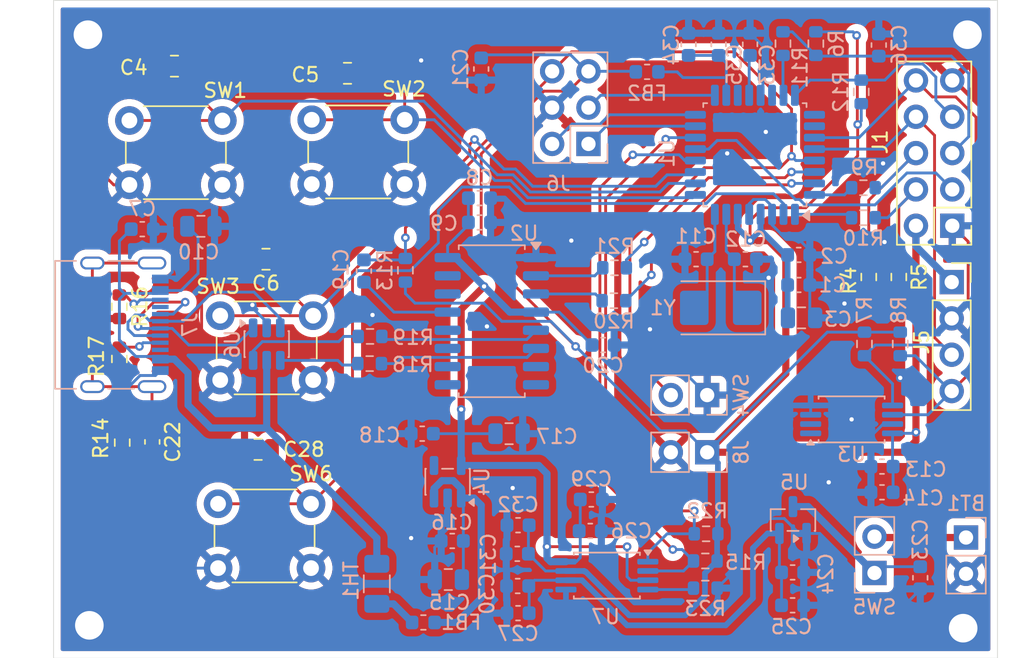
<source format=kicad_pcb>
(kicad_pcb (version 20241229) (generator "pcbnew") (generator_version "9.0")
  (layers (0 "F.Cu" signal) (2 "B.Cu" signal) (13 "F.Paste" user) (15 "B.Paste" user) (5 "F.SilkS" user "F.Silkscreen") (7 "B.SilkS" user "B.Silkscreen") (1 "F.Mask" user) (3 "B.Mask" user) (25 "Edge.Cuts" user))
  (net 0 "")
  (net 1 "3V3_SYS")
  (net 2 "Net-(U1-PD6)")
  (net 3 "Net-(U1-AREF)")
  (net 4 "Net-(J6-Pin_3)")
  (net 5 "Net-(J1-Pin_7)")
  (net 6 "PWR")
  (net 7 "Net-(U1-XTAL1{slash}PB6)")
  (net 8 "Net-(U1-PD7)")
  (net 9 "Net-(U1-XTAL2{slash}PB7)")
  (net 10 "Net-(U1-PD4)")
  (net 11 "Net-(U1-PD0)")
  (net 12 "Net-(U1-PD5)")
  (net 13 "Net-(U1-PC0)")
  (net 14 "Net-(U1-PD2)")
  (net 15 "Net-(U1-PD1)")
  (net 16 "Net-(U1-PD3)")
  (net 18 "Net-(J6-Pin_1)")
  (net 19 "RST")
  (net 20 "Net-(J1-Pin_6)")
  (net 22 "SCL")
  (net 24 "Net-(J6-Pin_2)")
  (net 25 "SDA")
  (net 28 "Net-(U2-~{DTR})")
  (net 30 "Net-(U2-UD-)")
  (net 32 "Net-(U2-TXD)")
  (net 34 "Net-(U2-UD+)")
  (net 38 "Net-(U2-RXD)")
  (net 42 "Net-(U4-EN)")
  (net 43 "PWR_STAT")
  (net 45 "Net-(U5-VI)")
  (net 46 "3V3_BAT")
  (net 47 "Net-(J7-D--PadA7)")
  (net 48 "Net-(U6-VBUS)")
  (net 49 "Net-(R19-Pad1)")
  (net 50 "Net-(J7-D+-PadA6)")
  (net 51 "Net-(R18-Pad1)")
  (net 52 "Net-(U7-ILIM)")
  (net 53 "Net-(J7-CC1)")
  (net 55 "Net-(J7-SHIELD)")
  (net 56 "Net-(J7-CC2)")
  (net 58 "INT0")
  (net 59 "INT1")
  (net 60 "Net-(J1-Pin_5)")
  (net 61 "Net-(FB1-Pad1)")
  (net 62 "Net-(BT1-+)")
  (net 63 "3V3_USB")
  (net 64 "GND")
  (net 65 "Net-(U1-AVCC)")
  (footprint "Capacitor_SMD:C_0805_2012Metric" (layer "F.Cu") (at 134.85 89.6 180)
    (property "Reference" "C5")
    (property "Value" "10uF")
  )
  (footprint "Button_Switch_THT:SW_PUSH_6mm" (layer "F.Cu") (at 125.8 119.7)
    (property "Reference" "SW6")
    (property "Value" "SW_Push")
  )
  (footprint "Resistor_SMD:R_0603_1608Metric" (layer "F.Cu") (at 118.9 105.925 -90)
    (property "Reference" "R16")
    (property "Value" "5.1K")
  )
  (footprint "Capacitor_SMD:C_0805_2012Metric" (layer "F.Cu") (at 122.75 89.1 180)
    (property "Reference" "C4")
    (property "Value" "10uF")
  )
  (footprint "Button_Switch_THT:SW_PUSH_6mm" (layer "F.Cu") (at 132.35 92.85)
    (property "Reference" "SW2")
    (property "Value" "SW_Push")
  )
  (footprint "Resistor_SMD:R_0603_1608Metric" (layer "F.Cu") (at 119.1 115.425 -90)
    (property "Reference" "R14")
    (property "Value" "1M")
  )
  (footprint "Capacitor_SMD:C_0603_1608Metric" (layer "F.Cu") (at 121.2 115.375 -90)
    (property "Reference" "C22")
    (property "Value" "1nF")
  )
  (footprint "Connector_PinSocket_2.54mm:PinSocket_2x05_P2.54mm_Vertical" (layer "F.Cu") (at 173.76 100.26 180)
    (property "Reference" "J1")
    (property "Value" "Sub")
  )
  (footprint "Connector_PinSocket_2.54mm:PinSocket_1x04_P2.54mm_Vertical" (layer "F.Cu") (at 177.1 104.2)
    (property "Reference" "J5")
    (property "Value" "OLED")
  )
  (footprint "Resistor_SMD:R_0603_1608Metric" (layer "F.Cu") (at 171.3 103.845 -90)
    (property "Reference" "R4")
    (property "Value" "100K")
  )
  (footprint "Capacitor_SMD:C_0805_2012Metric" (layer "F.Cu") (at 128.6 115.9 180)
    (property "Reference" "C28")
    (property "Value" "10uF")
  )
  (footprint "Button_Switch_THT:SW_PUSH_6mm" (layer "F.Cu") (at 125.95 106.55)
    (property "Reference" "SW3")
    (property "Value" "SW_Push")
  )
  (footprint "Resistor_SMD:R_0603_1608Metric" (layer "F.Cu") (at 118.9 109.575 -90)
    (property "Reference" "R17")
    (property "Value" "5.1K")
  )
  (footprint "Button_Switch_THT:SW_PUSH_6mm" (layer "F.Cu") (at 119.6 92.9)
    (property "Reference" "SW1")
    (property "Value" "SW_Push")
  )
  (footprint "Resistor_SMD:R_0603_1608Metric" (layer "F.Cu") (at 173.4 103.845 -90)
    (property "Reference" "R5")
    (property "Value" "100K")
  )
  (footprint "Capacitor_SMD:C_0805_2012Metric" (layer "F.Cu") (at 129.15 102.6 180)
    (property "Reference" "C6")
    (property "Value" "10uF")
  )
  (footprint "Inductor_SMD:L_0603_1608Metric" (layer "B.Cu") (at 140.155 128)
    (property "Reference" "FB1")
    (property "Value" "600Ω @ 100 MHz")
  )
  (footprint "Capacitor_SMD:C_0603_1608Metric" (layer "B.Cu") (at 142.175 122.3)
    (property "Reference" "C16")
    (property "Value" "0.1uF")
  )
  (footprint "Connector_PinHeader_2.54mm:PinHeader_1x02_P2.54mm_Vertical" (layer "B.Cu") (at 160 112.1 90)
    (property "Reference" "SW4")
    (property "Value" "SW_Push")
  )
  (footprint "Capacitor_SMD:C_0603_1608Metric" (layer "B.Cu") (at 159.225 102.6 180)
    (property "Reference" "C11")
    (property "Value" "22pF")
  )
  (footprint "Capacitor_SMD:C_0603_1608Metric" (layer "B.Cu") (at 166.4 102.3 180)
    (property "Reference" "C2")
    (property "Value" "0.1uF")
  )
  (footprint "Capacitor_SMD:C_0805_2012Metric" (layer "B.Cu") (at 146.15 114.8 180)
    (property "Reference" "C17")
    (property "Value" "10uF")
  )
  (footprint "Capacitor_SMD:C_0603_1608Metric" (layer "B.Cu") (at 144.0775 100.03 180)
    (property "Reference" "C9")
    (property "Value" "0.1uF")
  )
  (footprint "Fuse:Fuse_1206_3216Metric" (layer "B.Cu") (at 136.9 125.3 90)
    (property "Reference" "TH1")
    (property "Value" "500 mA")
  )
  (footprint "Capacitor_SMD:C_0603_1608Metric" (layer "B.Cu") (at 172.225 118.9)
    (property "Reference" "C14")
    (property "Value" "0.1uF")
  )
  (footprint "Capacitor_SMD:C_0603_1608Metric" (layer "B.Cu") (at 146.725 123.2)
    (property "Reference" "C31")
    (property "Value" "0.1uF")
  )
  (footprint "Capacitor_SMD:C_0603_1608Metric" (layer "B.Cu") (at 172 87.625 90)
    (property "Reference" "C36")
    (property "Value" "0.1uF")
  )
  (footprint "Resistor_SMD:R_0603_1608Metric" (layer "B.Cu") (at 153.48 105.5)
    (property "Reference" "R20")
    (property "Value" "1K")
  )
  (footprint "Connector_PinHeader_2.54mm:PinHeader_1x02_P2.54mm_Vertical" (layer "B.Cu") (at 171.7 124.54)
    (property "Reference" "SW5")
    (property "Value" "SW_Push")
  )
  (footprint "Resistor_SMD:R_0603_1608Metric" (layer "B.Cu") (at 159.925 121.8)
    (property "Reference" "R22")
    (property "Value" "100K")
  )
  (footprint "Resistor_SMD:R_0603_1608Metric" (layer "B.Cu") (at 170.925 97.6)
    (property "Reference" "R9")
    (property "Value" "47")
  )
  (footprint "Package_TO_SOT_SMD:SOT-23-6" (layer "B.Cu") (at 129.2 108.5375 -90)
    (property "Reference" "U6")
    (property "Value" "USBLC6-2SC6")
  )
  (footprint "Capacitor_SMD:C_0603_1608Metric" (layer "B.Cu") (at 163 87.575 90)
    (property "Reference" "C33")
    (property "Value" "0.1uF")
  )
  (footprint "Capacitor_SMD:C_0603_1608Metric" (layer "B.Cu") (at 158.7 87.575 90)
    (property "Reference" "C34")
    (property "Value" "0.1uF")
  )
  (footprint "Capacitor_SMD:C_0603_1608Metric" (layer "B.Cu") (at 174.9 124.875 90)
    (property "Reference" "C23")
    (property "Value" "1uF")
  )
  (footprint "Inductor_SMD:L_0603_1608Metric" (layer "B.Cu") (at 155.8 89.5 180)
    (property "Reference" "FB2")
    (property "Value" "100Ω @ 100MHz")
  )
  (footprint "Resistor_SMD:R_0603_1608Metric" (layer "B.Cu") (at 159.87 123.7)
    (property "Reference" "R15")
    (property "Value" "100K")
  )
  (footprint "Capacitor_SMD:C_0805_2012Metric" (layer "B.Cu") (at 124.6 100.3 180)
    (property "Reference" "C10")
    (property "Value" "10uF")
  )
  (footprint "Resistor_SMD:R_0603_1608Metric" (layer "B.Cu") (at 136.4 109.9)
    (property "Reference" "R18")
    (property "Value" "22Ω")
  )
  (footprint "Package_QFP:TQFP-32_7x7mm_P0.8mm" (layer "B.Cu") (at 163.3375 95.3 90)
    (property "Reference" "U1")
    (property "Value" "ATmega328P-M")
  )
  (footprint "Connector_PinSocket_2.54mm:PinSocket_2x03_P2.54mm_Vertical" (layer "B.Cu") (at 148.32 89.46 180)
    (property "Reference" "J6")
    (property "Value" "SPI")
  )
  (footprint "Capacitor_SMD:C_0603_1608Metric" (layer "B.Cu") (at 152.725 108.6)
    (property "Reference" "C20")
    (property "Value" "0.1uF")
  )
  (footprint "Resistor_SMD:R_0603_1608Metric" (layer "B.Cu") (at 167.6 87.525 90)
    (property "Reference" "R6")
    (property "Value" "100K")
  )
  (footprint "Capacitor_SMD:C_0603_1608Metric" (layer "B.Cu") (at 144.2 89.3 -90)
    (property "Reference" "C21")
    (property "Value" "0.1uF")
  )
  (footprint "Connector_PinHeader_2.54mm:PinHeader_1x02_P2.54mm_Vertical" (layer "B.Cu") (at 178.1 122.06 180)
    (property "Reference" "BT1")
    (property "Value" "Battery")
  )
  (footprint "Capacitor_SMD:C_0603_1608Metric" (layer "B.Cu") (at 146.75 125.45 180)
    (property "Reference" "C30")
    (property "Value" "0.1uF")
  )
  (footprint "Capacitor_SMD:C_0603_1608Metric" (layer "B.Cu") (at 160.8 87.575 90)
    (property "Reference" "C35")
    (property "Value" "1uF")
  )
  (footprint "Resistor_SMD:R_0603_1608Metric" (layer "B.Cu") (at 170.925 99.7)
    (property "Reference" "R10")
    (property "Value" "47")
  )
  (footprint "Resistor_SMD:R_0603_1608Metric" (layer "B.Cu") (at 159.87 125.6)
    (property "Reference" "R23")
    (property "Value" "TBD")
  )
  (footprint "Capacitor_SMD:C_0603_1608Metric" (layer "B.Cu") (at 120.5 100.5 180)
    (property "Reference" "C7")
    (property "Value" "0.1uF")
  )
  (footprint "Connector_PinHeader_2.54mm:PinHeader_1x02_P2.54mm_Vertical" (layer "B.Cu") (at 160 116.1 90)
    (property "Reference" "J8")
    (property "Value" "3V3_SYS")
  )
  (footprint "Package_TO_SOT_SMD:SOT-23" (layer "B.Cu") (at 166 120.8375 90)
    (property "Reference" "U5")
    (property "Value" "MCP1700x-300xxTT")
  )
  (footprint "Resistor_SMD:R_0603_1608Metric" (layer "B.Cu") (at 153.525 103.2)
    (property "Reference" "R21")
    (property "Value" "1K")
  )
  (footprint "Capacitor_SMD:C_0603_1608Metric" (layer "B.Cu") (at 146.775 121.2 180)
    (property "Reference" "C32")
    (property "Value" "1uF")
  )
  (footprint "Package_SO:TSSOP-8_4.4x3mm_P0.65mm" (layer "B.Cu") (at 170.1 113.8)
    (property "Reference" "U3")
    (property "Value" "AT24CS08-XHM")
  )
  (footprint "Resistor_SMD:R_0603_1608Metric" (layer "B.Cu") (at 170.775 90.9 -90)
    (property "Reference" "R12")
    (property "Value" "100K")
  )
  (footprint "Capacitor_SMD:C_0603_1608Metric" (layer "B.Cu") (at 151.9 119.4 180)
    (property "Reference" "C29")
    (property "Value" "0.1uF")
  )
  (footprint "Resistor_SMD:R_0603_1608Metric" (layer "B.Cu") (at 171 108.525 90)
    (property "Reference" "R7")
    (property "Value" "4.7K_or_depends_on_OLED")
  )
  (footprint "Capacitor_SMD:C_0805_2012Metric" (layer "B.Cu") (at 166.6 106.7 180)
    (property "Reference" "C3")
    (property "Value" "10uF")
  )
  (footprint "Capacitor_SMD:C_0603_1608Metric" (layer "B.Cu") (at 165.975 124.5 180)
    (property "Reference" "C24")
    (property "Value" "1uF")
  )
  (footprint "Capacitor_SMD:C_0603_1608Metric" (layer "B.Cu") (at 144.0775 98.33 180)
    (property "Reference" "C8")
    (property "Value" "4.7uF")
  )
  (footprint "Connector_USB:USB_C_Receptacle_Palconn_UTC16-G" (layer "B.Cu") (at 119.25 107.19 90)
    (property "Reference" "J7")
    (property "Value" "USB_C_Receptacle_USB2.0_16P")
  )
  (footprint "Resistor_SMD:R_0603_1608Metric" (layer "B.Cu") (at 136.425 108)
    (property "Reference" "R19")
    (property "Value" "22Ω")
  )
  (footprint "Capacitor_SMD:C_0603_1608Metric" (layer "B.Cu") (at 140.075 114.8)
    (property "Reference" "C18")
    (property "Value" "0.1uF")
  )
  (footprint "Package_TO_SOT_SMD:SOT-23-5" (layer "B.Cu") (at 141.85 118.1625 90)
    (property "Reference" "U4")
    (property "Value" "AP2112K-3.3")
  )
  (footprint "Package_SO:TSSOP-8_4.4x3mm_P0.65mm" (layer "B.Cu") (at 152.9875 124.725 180)
    (property "Reference" "U7")
    (property "Value" "TPS2113A")
  )
  (footprint "Capacitor_SMD:C_0603_1608Metric" (layer "B.Cu") (at 165.975 126.8 180)
    (property "Reference" "C25")
    (property "Value" "0.1uF")
  )
  (footprint "Capacitor_SMD:C_0603_1608Metric" (layer "B.Cu") (at 172.225 117.1)
    (property "Reference" "C13")
    (property "Value" "0.1uF")
  )
  (footprint "Capacitor_SMD:C_0603_1608Metric" (layer "B.Cu") (at 136 103.425 90)
    (property "Reference" "C19")
    (property "Value" "0.1uF")
  )
  (footprint "Resistor_SMD:R_0603_1608Metric" (layer "B.Cu") (at 165.3 87.525 90)
    (property "Reference" "R11")
    (property "Value" "47")
  )
  (footprint "Crystal:Crystal_SMD_5032-2Pin_5.0x3.2mm" (layer "B.Cu") (at 160.95 106 180)
    (property "Reference" "Y1")
    (property "Value" "8MHz")
  )
  (footprint "Package_SO:SOP-16_4.4x10.4mm_P1.27mm" (layer "B.Cu") (at 144.94 106.935 180)
    (property "Reference" "U2")
    (property "Value" "CH340C")
  )
  (footprint "Capacitor_SMD:C_0805_2012Metric" (layer "B.Cu") (at 141.9 125)
    (property "Reference" "C15")
    (property "Value" "10uF")
  )
  (footprint "Capacitor_SMD:C_0603_1608Metric" (layer "B.Cu") (at 151.825 121.6 180)
    (property "Reference" "C26")
    (property "Value" "1uF")
  )
  (footprint "Capacitor_SMD:C_0603_1608Metric" (layer "B.Cu") (at 162.675 102.6)
    (property "Reference" "C12")
    (property "Value" "22pF")
  )
  (footprint "Resistor_SMD:R_0603_1608Metric" (layer "B.Cu") (at 173.5 108.525 90)
    (property "Reference" "R8")
    (property "Value" "4.7K_or_depends_on_OLED")
  )
  (footprint "Capacitor_SMD:C_0603_1608Metric" (layer "B.Cu") (at 146.775 127.35)
    (property "Reference" "C27")
    (property "Value" "1uF")
  )
  (footprint "Capacitor_SMD:C_0603_1608Metric" (layer "B.Cu") (at 166.4 104.4 180)
    (property "Reference" "C1")
    (property "Value" "0.1uF")
  )
  (footprint "Resistor_SMD:R_0603_1608Metric" (layer "B.Cu") (at 138.9 103.375 -90)
    (property "Reference" "R13")
    (property "Value" "10K")
  )
  (gr_rect (start 114.3 84.5) (end 180.3 130.5) (stroke (width 0.05)) (fill no) (layer "Edge.Cuts"))
  (segment (start 144.2 102.1) (end 150.8 108.7) (width 0.2) (layer "F.Cu") (net 1))
  (segment (start 173.4 104.67) (end 174.57 104.67) (width 0.2) (layer "F.Cu") (net 1))
  (segment (start 165.5 110.6) (end 160 116.1) (width 0.5) (layer "F.Cu") (net 1))
  (segment (start 144.2 95.23224) (end 144.2 102.1) (width 0.2) (layer "F.Cu") (net 1))
  (segment (start 170.45 86.95) (end 170.45 87.15) (width 0.2) (layer "F.Cu") (net 1))
  (segment (start 170.5 93.152) (end 170.524 93.176) (width 0.2) (layer "F.Cu") (net 1))
  (segment (start 174.6 114.7) (end 174.6 100.26) (width 0.5) (layer "F.Cu") (net 1))
  (segment (start 163 101.3) (end 163 99.9) (width 0.2) (layer "F.Cu") (net 1))
  (segment (start 163 101.3) (end 164.3 101.3) (width 0.5) (layer "F.Cu") (net 1))
  (segment (start 170.5 87.2) (end 170.5 93.152) (width 0.2) (layer "F.Cu") (net 1))
  (segment (start 173.8 116.1) (end 160 116.1) (width 0.5) (layer "F.Cu") (net 1))
  (segment (start 170.524 95.376) (end 170.524 93.176) (width 0.2) (layer "F.Cu") (net 1))
  (segment (start 174.6 104.7) (end 174.6 100.26) (width 0.5) (layer "F.Cu") (net 1))
  (segment (start 163.9 99) (end 166.9 99) (width 0.2) (layer "F.Cu") (net 1))
  (segment (start 151.7 89.46) (end 150.311 90.849) (width 0.2) (layer "F.Cu") (net 1))
  (segment (start 174.57 104.67) (end 174.6 104.7) (width 0.2) (layer "F.Cu") (net 1))
  (segment (start 150.311 90.849) (end 148.58324 90.849) (width 0.2) (layer "F.Cu") (net 1))
  (segment (start 148.58324 90.849) (end 144.2 95.23224) (width 0.2) (layer "F.Cu") (net 1))
  (segment (start 163 99.9) (end 163.9 99) (width 0.2) (layer "F.Cu") (net 1))
  (segment (start 166.9 99) (end 170.524 95.376) (width 0.2) (layer "F.Cu") (net 1))
  (segment (start 170.45 87.15) (end 170.5 87.2) (width 0.2) (layer "F.Cu") (net 1))
  (segment (start 174.6 114.7) (end 174.6 115.3) (width 0.5) (layer "F.Cu") (net 1))
  (segment (start 171.3 104.67) (end 173.4 104.67) (width 0.2) (layer "F.Cu") (net 1))
  (segment (start 165.5 102.5) (end 165.5 110.6) (width 0.5) (layer "F.Cu") (net 1))
  (segment (start 174.6 115.3) (end 173.8 116.1) (width 0.5) (layer "F.Cu") (net 1))
  (segment (start 164.3 101.3) (end 165.5 102.5) (width 0.5) (layer "F.Cu") (net 1))
  (via (at 170.524 93.176) (size 0.6) (drill 0.3) (layers "F.Cu" "B.Cu") (net 1))
  (via (at 163 101.3) (size 0.6) (drill 0.3) (layers "F.Cu" "B.Cu") (net 1))
  (via (at 174.6 114.7) (size 0.6) (drill 0.3) (layers "F.Cu" "B.Cu") (net 1))
  (via (at 170.45 86.95) (size 0.6) (drill 0.3) (layers "F.Cu" "B.Cu") (net 1))
  (via (at 150.8 108.7) (size 0.6) (drill 0.3) (layers "F.Cu" "B.Cu") (net 1))
  (segment (start 174.6 114.7) (end 174.525 114.775) (width 0.2) (layer "B.Cu") (net 1))
  (segment (start 160.75 116.85) (end 160 116.1) (width 0.4) (layer "B.Cu") (net 1))
  (segment (start 150.125 124.4) (end 148.7 124.4) (width 0.2) (layer "B.Cu") (net 1))
  (segment (start 160 116.1) (end 168.4 107.7) (width 0.2) (layer "B.Cu") (net 1))
  (segment (start 144.416 88.309) (end 150.449 88.309) (width 0.2) (layer "B.Cu") (net 1))
  (segment (start 162.1375 99.4625) (end 162.1375 100.4375) (width 0.4) (layer "B.Cu") (net 1))
  (segment (start 150.449 88.309) (end 151.6 89.46) (width 0.2) (layer "B.Cu") (net 1))
  (segment (start 139.574 105.674) (end 144.374 105.674) (width 0.2) (layer "B.Cu") (net 1))
  (segment (start 174.6 101.7) (end 177.1 104.2) (width 0.5) (layer "B.Cu") (net 1))
  (segment (start 144.374 105.674) (end 145.644 106.944) (width 0.2) (layer "B.Cu") (net 1))
  (segment (start 170.775 91.725) (end 170.775 92.925) (width 0.2) (layer "B.Cu") (net 1))
  (segment (start 159.846 124.549) (end 160.695 123.7) (width 0.4) (layer "B.Cu") (net 1))
  (segment (start 163.7375 100.5625) (end 163.7375 100.2) (width 0.4) (layer "B.Cu") (net 1))
  (segment (start 147.5 123.2) (end 147.5 121.25) (width 0.2) (layer "B.Cu") (net 1))
  (segment (start 145.644 106.944) (end 149.06889 106.944) (width 0.2) (layer "B.Cu") (net 1))
  (segment (start 151.449 124.449) (end 151.498942 124.449) (width 0.4) (layer "B.Cu") (net 1))
  (segment (start 173 117.1) (end 173 118.9) (width 0.2) (layer "B.Cu") (net 1))
  (segment (start 163.7375 99.4625) (end 163.7375 100.5375) (width 0.4) (layer "B.Cu") (net 1))
  (segment (start 170.775 92.925) (end 170.524 93.176) (width 0.2) (layer "B.Cu") (net 1))
  (segment (start 148.7 124.4) (end 147.5 123.2) (width 0.2) (layer "B.Cu") (net 1))
  (segment (start 156.72489 114.6) (end 158.5 114.6) (width 0.2) (layer "B.Cu") (net 1))
  (segment (start 172.9625 114.775) (end 172.9625 117.0625) (width 0.2) (layer "B.Cu") (net 1))
  (segment (start 165.625 104.4) (end 165.625 106.675) (width 0.4) (layer "B.Cu") (net 1))
  (segment (start 160.75 121.8) (end 160.75 116.85) (width 0.4) (layer "B.Cu") (net 1))
  (segment (start 171 107.7) (end 173.5 107.7) (width 0.2) (layer "B.Cu") (net 1))
  (segment (start 160.695 123.7) (end 160.695 121.855) (width 0.4) (layer "B.Cu") (net 1))
  (segment (start 151.7 89.46) (end 154.9725 89.46) (width 0.2) (layer "B.Cu") (net 1))
  (segment (start 163.7375 100.5625) (end 165.475 102.3) (width 0.4) (layer "B.Cu") (net 1))
  (segment (start 170.45 86.95) (end 170.2 86.7) (width 0.2) (layer "B.Cu") (net 1))
  (segment (start 174.6 100.26) (end 174.6 101.7) (width 0.5) (layer "B.Cu") (net 1))
  (segment (start 163.7375 100.2) (end 163.7375 100.4375) (width 0.4) (layer "B.Cu") (net 1))
  (segment (start 149.06889 106.944) (end 156.72489 114.6) (width 0.2) (layer "B.Cu") (net 1))
  (segment (start 165.625 102.3) (end 165.625 104.4) (width 0.4) (layer "B.Cu") (net 1))
  (segment (start 168.4 107.7) (end 171 107.7) (width 0.2) (layer "B.Cu") (net 1))
  (segment (start 151.4 124.4) (end 151.449 124.449) (width 0.4) (layer "B.Cu") (net 1))
  (segment (start 163 101.3) (end 163.7375 100.5625) (width 0.4) (layer "B.Cu") (net 1))
  (segment (start 154.549942 127.5) (end 158.475484 127.5) (width 0.4) (layer "B.Cu") (net 1))
  (segment (start 138.9 104.2) (end 138.9 105) (width 0.2) (layer "B.Cu") (net 1))
  (segment (start 170.2 86.7) (end 167.6 86.7) (width 0.2) (layer "B.Cu") (net 1))
  (segment (start 150.125 124.4) (end 151.4 124.4) (width 0.4) (layer "B.Cu") (net 1))
  (segment (start 174.525 114.775) (end 172.9625 114.775) (width 0.2) (layer "B.Cu") (net 1))
  (segment (start 163.7375 100.2) (end 163.7375 99.4625) (width 0.4) (layer "B.Cu") (net 1))
  (segment (start 158.475484 127.5) (end 159.846 126.129484) (width 0.4) (layer "B.Cu") (net 1))
  (segment (start 151.498942 124.449) (end 154.549942 127.5) (width 0.4) (layer "B.Cu") (net 1))
  (segment (start 158.5 114.6) (end 160 116.1) (width 0.2) (layer "B.Cu") (net 1))
  (segment (start 159.846 126.129484) (end 159.846 124.549) (width 0.4) (layer "B.Cu") (net 1))
  (segment (start 138.9 105) (end 139.574 105.674) (width 0.2) (layer "B.Cu") (net 1))
  (segment (start 162.1375 100.4375) (end 163 101.3) (width 0.4) (layer "B.Cu") (net 1))
  (segment (start 123.7 89.1) (end 123.7 90.5) (width 0.2) (layer "F.Cu") (net 2))
  (segment (start 119.6 92.9) (end 126.1 92.9) (width 0.2) (layer "F.Cu") (net 2))
  (segment (start 123.7 90.5) (end 126.1 92.9) (width 0.2) (layer "F.Cu") (net 2))
  (segment (start 156.7 97.9) (end 157.3 97.3) (width 0.2) (layer "B.Cu") (net 2))
  (segment (start 127.451 91.549) (end 140.1819 91.549) (width 0.2) (layer "B.Cu") (net 2))
  (segment (start 147.6342 97.9) (end 156.7 97.9) (width 0.2) (layer "B.Cu") (net 2))
  (segment (start 146.4322 96.698) (end 147.6342 97.9) (width 0.2) (layer "B.Cu") (net 2))
  (segment (start 126.1 92.9) (end 127.451 91.549) (width 0.2) (layer "B.Cu") (net 2))
  (segment (start 140.1819 91.549) (end 145.3309 96.698) (width 0.2) (layer "B.Cu") (net 2))
  (segment (start 157.3 97.3) (end 159.175 97.3) (width 0.2) (layer "B.Cu") (net 2))
  (segment (start 145.3309 96.698) (end 146.4322 96.698) (width 0.2) (layer "B.Cu") (net 2))
  (segment (start 162.9375 91.1375) (end 162.9375 88.4125) (width 0.2) (layer "B.Cu") (net 3))
  (segment (start 152.5625 91.1375) (end 160.5375 91.1375) (width 0.2) (layer "B.Cu") (net 4))
  (segment (start 151.7 92) (end 152.5625 91.1375) (width 0.2) (layer "B.Cu") (net 4))
  (segment (start 175.989 89.86124) (end 175.07676 88.949) (width 0.2) (layer "B.Cu") (net 5))
  (segment (start 167.2 90.075) (end 166.1375 91.1375) (width 0.2) (layer "B.Cu") (net 5))
  (segment (start 170.775 90.075) (end 167.2 90.075) (width 0.2) (layer "B.Cu") (net 5))
  (segment (start 172.425 90.075) (end 170.775 90.075) (width 0.2) (layer "B.Cu") (net 5))
  (segment (start 175.07676 88.949) (end 173.551 88.949) (width 0.2) (layer "B.Cu") (net 5))
  (segment (start 175.989 91.489) (end 175.989 89.86124) (width 0.2) (layer "B.Cu") (net 5))
  (segment (start 177.14 92.64) (end 175.989 91.489) (width 0.2) (layer "B.Cu") (net 5))
  (segment (start 173.551 88.949) (end 172.425 90.075) (width 0.2) (layer "B.Cu") (net 5))
  (segment (start 157.6 122.9) (end 152.499 117.799) (width 0.2) (layer "F.Cu") (net 6))
  (segment (start 152.499 117.799) (end 152.499 97.601) (width 0.2) (layer "F.Cu") (net 6))
  (segment (start 152.499 97.601) (end 154.8 95.3) (width 0.2) (layer "F.Cu") (net 6))
  (via (at 154.8 95.3) (size 0.6) (drill 0.3) (layers "F.Cu" "B.Cu") (net 6))
  (via (at 157.6 122.9) (size 0.6) (drill 0.3) (layers "F.Cu" "B.Cu") (net 6))
  (segment (start 158.345 124.4) (end 159.045 123.7) (width 0.2) (layer "B.Cu") (net 6))
  (segment (start 158.245 122.9) (end 159.045 123.7) (width 0.2) (layer "B.Cu") (net 6))
  (segment (start 155.85 124.4) (end 158.345 124.4) (width 0.2) (layer "B.Cu") (net 6))
  (segment (start 157.6 122.9) (end 158.245 122.9) (width 0.2) (layer "B.Cu") (net 6))
  (segment (start 158.037501 95.3) (end 154.8 95.3) (width 0.2) (layer "B.Cu") (net 6))
  (segment (start 159.175 95.7) (end 158.437501 95.7) (width 0.2) (layer "B.Cu") (net 6))
  (segment (start 158.437501 95.7) (end 158.037501 95.3) (width 0.2) (layer "B.Cu") (net 6))
  (segment (start 161.3375 99.4625) (end 161.3375 102.0375) (width 0.2) (layer "B.Cu") (net 7))
  (segment (start 161.9 102.6) (end 161.9 105.1) (width 0.2) (layer "B.Cu") (net 7))
  (segment (start 161.3375 102.0375) (end 161.9 102.6) (width 0.2) (layer "B.Cu") (net 7))
  (segment (start 143.4 94.89804) (end 143.398 94.90004) (width 0.2) (layer "F.Cu") (net 8))
  (segment (start 129.55 116.95) (end 132.3 119.7) (width 0.2) (layer "F.Cu") (net 8))
  (segment (start 143.4 94.56147) (end 143.4 94.89804) (width 0.2) (layer "F.Cu") (net 8))
  (segment (start 135.2 103.5) (end 135.2 116.8) (width 0.2) (layer "F.Cu") (net 8))
  (segment (start 143.398 95.302) (end 135.2 103.5) (width 0.2) (layer "F.Cu") (net 8))
  (segment (start 143.398 94.90004) (end 143.398 95.302) (width 0.2) (layer "F.Cu") (net 8))
  (segment (start 129.55 115.9) (end 129.55 116.95) (width 0.2) (layer "F.Cu") (net 8))
  (segment (start 143.730735 94.230735) (end 143.4 94.56147) (width 0.2) (layer "F.Cu") (net 8))
  (segment (start 125.8 119.7) (end 132.3 119.7) (width 0.2) (layer "F.Cu") (net 8))
  (segment (start 135.2 116.8) (end 132.3 119.7) (width 0.2) (layer "F.Cu") (net 8))
  (via (at 143.730735 94.230735) (size 0.6) (drill 0.3) (layers "F.Cu" "B.Cu") (net 8))
  (segment (start 145.797 96.297) (end 146.5983 96.297) (width 0.2) (layer "B.Cu") (net 8))
  (segment (start 156.401 97.499) (end 157.2 96.7) (width 0.2) (layer "B.Cu") (net 8))
  (segment (start 158.975 96.7) (end 159.175 96.5) (width 0.2) (layer "B.Cu") (net 8))
  (segment (start 146.5983 96.297) (end 147.8003 97.499) (width 0.2) (layer "B.Cu") (net 8))
  (segment (start 143.730735 94.230735) (end 145.797 96.297) (width 0.2) (layer "B.Cu") (net 8))
  (segment (start 157.2 96.7) (end 158.975 96.7) (width 0.2) (layer "B.Cu") (net 8))
  (segment (start 147.8003 97.499) (end 156.401 97.499) (width 0.2) (layer "B.Cu") (net 8))
  (segment (start 160.5375 102.0625) (end 160 102.6) (width 0.2) (layer "B.Cu") (net 9))
  (segment (start 160.5375 99.4625) (end 160.5375 102.0625) (width 0.2) (layer "B.Cu") (net 9))
  (segment (start 160 102.6) (end 160 105.1) (width 0.2) (layer "B.Cu") (net 9))
  (segment (start 130.1 104.2) (end 132.45 106.55) (width 0.2) (layer "F.Cu") (net 10))
  (segment (start 125.95 106.55) (end 132.45 106.55) (width 0.2) (layer "F.Cu") (net 10))
  (segment (start 130.1 102.6) (end 130.1 104.2) (width 0.2) (layer "F.Cu") (net 10))
  (segment (start 139.2505 103.401) (end 141.2 101.4515) (width 0.2) (layer "B.Cu") (net 10))
  (segment (start 147.302 98.702) (end 159.936556 98.702) (width 0.2) (layer "B.Cu") (net 10))
  (segment (start 142.85339 97.554) (end 146.154 97.554) (width 0.2) (layer "B.Cu") (net 10))
  (segment (start 164.635499 98.023) (end 165.3375 98.725001) (width 0.2) (layer "B.Cu") (net 10))
  (segment (start 159.936556 98.702) (end 160.615556 98.023) (width 0.2) (layer "B.Cu") (net 10))
  (segment (start 135.57389 103.401) (end 139.2505 103.401) (width 0.2) (layer "B.Cu") (net 10))
  (segment (start 141.2 101.4515) (end 141.2 99.20739) (width 0.2) (layer "B.Cu") (net 10))
  (segment (start 146.154 97.554) (end 147.302 98.702) (width 0.2) (layer "B.Cu") (net 10))
  (segment (start 160.615556 98.023) (end 164.635499 98.023) (width 0.2) (layer "B.Cu") (net 10))
  (segment (start 132.45 106.52489) (end 135.57389 103.401) (width 0.2) (layer "B.Cu") (net 10))
  (segment (start 165.3375 98.725001) (end 165.3375 99.4625) (width 0.2) (layer "B.Cu") (net 10))
  (segment (start 141.2 99.20739) (end 142.85339 97.554) (width 0.2) (layer "B.Cu") (net 10))
  (segment (start 165.450057 96.9) (end 165.651057 96.699) (width 0.2) (layer "F.Cu") (net 11))
  (segment (start 160.1 96.9) (end 165.450057 96.9) (width 0.2) (layer "F.Cu") (net 11))
  (segment (start 155.6 101.4) (end 160.1 96.9) (width 0.2) (layer "F.Cu") (net 11))
  (segment (start 165.701 96.699) (end 165.9 96.5) (width 0.2) (layer "F.Cu") (net 11))
  (segment (start 165.651057 96.699) (end 165.701 96.699) (width 0.2) (layer "F.Cu") (net 11))
  (via (at 165.9 96.5) (size 0.6) (drill 0.3) (layers "F.Cu" "B.Cu") (net 11))
  (via (at 155.6 101.4) (size 0.6) (drill 0.3) (layers "F.Cu" "B.Cu") (net 11))
  (segment (start 165.9 96.5) (end 167.5 96.5) (width 0.2) (layer "B.Cu") (net 11))
  (segment (start 154.35 102.65) (end 154.35 103.2) (width 0.2) (layer "B.Cu") (net 11))
  (segment (start 155.6 101.4) (end 154.35 102.65) (width 0.2) (layer "B.Cu") (net 11))
  (segment (start 138.85 90.85) (end 138.85 92.85) (width 0.2) (layer "F.Cu") (net 12))
  (segment (start 137.6 89.6) (end 138.85 90.85) (width 0.2) (layer "F.Cu") (net 12))
  (segment (start 132.35 92.85) (end 138.85 92.85) (width 0.2) (layer "F.Cu") (net 12))
  (segment (start 135.8 89.6) (end 137.6 89.6) (width 0.2) (layer "F.Cu") (net 12))
  (segment (start 156.8671 98.3) (end 158.975 98.3) (width 0.2) (layer "B.Cu") (net 12))
  (segment (start 138.85 92.85) (end 140.9158 92.85) (width 0.2) (layer "B.Cu") (net 12))
  (segment (start 145.1648 97.099) (end 146.2661 97.099) (width 0.2) (layer "B.Cu") (net 12))
  (segment (start 158.975 98.3) (end 159.175 98.1) (width 0.2) (layer "B.Cu") (net 12))
  (segment (start 147.4681 98.301) (end 156.8661 98.301) (width 0.2) (layer "B.Cu") (net 12))
  (segment (start 156.8661 98.301) (end 156.8671 98.3) (width 0.2) (layer "B.Cu") (net 12))
  (segment (start 146.2661 97.099) (end 147.4681 98.301) (width 0.2) (layer "B.Cu") (net 12))
  (segment (start 140.9158 92.85) (end 145.1648 97.099) (width 0.2) (layer "B.Cu") (net 12))
  (segment (start 165.3 88.35) (end 165.3 91.1) (width 0.2) (layer "B.Cu") (net 13))
  (segment (start 167.5 98.1) (end 169.6 98.1) (width 0.2) (layer "B.Cu") (net 14))
  (segment (start 169.6 98.1) (end 170.1 97.6) (width 0.2) (layer "B.Cu") (net 14))
  (segment (start 165.8 97.4) (end 165.9 97.3) (width 0.2) (layer "F.Cu") (net 15))
  (segment (start 156.1 102.2) (end 160.9 97.4) (width 0.2) (layer "F.Cu") (net 15))
  (segment (start 156.1 103.7) (end 156.1 102.2) (width 0.2) (layer "F.Cu") (net 15))
  (segment (start 160.9 97.4) (end 165.8 97.4) (width 0.2) (layer "F.Cu") (net 15))
  (via (at 165.9 97.3) (size 0.6) (drill 0.3) (layers "F.Cu" "B.Cu") (net 15))
  (via (at 156.1 103.7) (size 0.6) (drill 0.3) (layers "F.Cu" "B.Cu") (net 15))
  (segment (start 165.9 97.3) (end 167.5 97.3) (width 0.2) (layer "B.Cu") (net 15))
  (segment (start 156.1 103.7) (end 155.2 104.6) (width 0.2) (layer "B.Cu") (net 15))
  (segment (start 155.2 104.6) (end 155.2 104.605) (width 0.2) (layer "B.Cu") (net 15))
  (segment (start 155.2 104.605) (end 154.305 105.5) (width 0.2) (layer "B.Cu") (net 15))
  (segment (start 166.1375 99.4625) (end 169.8625 99.4625) (width 0.2) (layer "B.Cu") (net 16))
  (segment (start 152.94 93.3) (end 159.175 93.3) (width 0.2) (layer "B.Cu") (net 18))
  (segment (start 151.7 94.54) (end 152.94 93.3) (width 0.2) (layer "B.Cu") (net 18))
  (segment (start 161.9 88.1) (end 150.52 88.1) (width 0.2) (layer "F.Cu") (net 19))
  (segment (start 154.599 109.239) (end 157.46 112.1) (width 0.2) (layer "F.Cu") (net 19))
  (segment (start 165.9 95.4) (end 165.9 92.1) (width 0.2) (layer "F.Cu") (net 19))
  (segment (start 150.52 88.1) (end 149.16 89.46) (width 0.2) (layer "F.Cu") (net 19))
  (segment (start 138.9 100.4) (end 143.799 95.501) (width 0.2) (layer "F.Cu") (net 19))
  (segment (start 165.1 96.2) (end 159.8 96.2) (width 0.2) (layer "F.Cu") (net 19))
  (segment (start 165.9 95.4) (end 165.1 96.2) (width 0.2) (layer "F.Cu") (net 19))
  (segment (start 138.9 101.1) (end 138.9 100.4) (width 0.2) (layer "F.Cu") (net 19))
  (segment (start 165.9 92.1) (end 161.9 88.1) (width 0.2) (layer "F.Cu") (net 19))
  (segment (start 154.599 101.401) (end 154.599 109.239) (width 0.2) (layer "F.Cu") (net 19))
  (segment (start 143.799 95.501) (end 143.799 95.06614) (width 0.2) (layer "F.Cu") (net 19))
  (segment (start 143.799 95.06614) (end 149.16 89.70514) (width 0.2) (layer "F.Cu") (net 19))
  (segment (start 159.8 96.2) (end 154.599 101.401) (width 0.2) (layer "F.Cu") (net 19))
  (via (at 138.9 101.1) (size 0.6) (drill 0.3) (layers "F.Cu" "B.Cu") (net 19))
  (via (at 165.9 95.4) (size 0.6) (drill 0.3) (layers "F.Cu" "B.Cu") (net 19))
  (segment (start 138.9 102.55) (end 138.9 101.1) (width 0.2) (layer "B.Cu") (net 19))
  (segment (start 167.5 95.7) (end 166.2 95.7) (width 0.2) (layer "B.Cu") (net 19))
  (segment (start 166.2 95.7) (end 165.9 95.4) (width 0.2) (layer "B.Cu") (net 19))
  (segment (start 136 102.65) (end 138.8 102.65) (width 0.2) (layer "B.Cu") (net 19))
  (segment (start 177.14 97.72) (end 175.989 96.569) (width 0.2) (layer "B.Cu") (net 20))
  (segment (start 175.989 96.569) (end 173.970064 96.569) (width 0.2) (layer "B.Cu") (net 20))
  (segment (start 171.739064 98.8) (end 166.836444 98.8) (width 0.2) (layer "B.Cu") (net 20))
  (segment (start 159.175 94.9) (end 160.1 94.9) (width 0.2) (layer "B.Cu") (net 20))
  (segment (start 173.970064 96.569) (end 171.739064 98.8) (width 0.2) (layer "B.Cu") (net 20))
  (segment (start 166.174057 98.424) (end 166.460444 98.424) (width 0.2) (layer "B.Cu") (net 20))
  (segment (start 166.460444 98.424) (end 166.836444 98.8) (width 0.2) (layer "B.Cu") (net 20))
  (segment (start 160.1 94.9) (end 160.7 94.3) (width 0.2) (layer "B.Cu") (net 20))
  (segment (start 160.7 94.3) (end 162.050057 94.3) (width 0.2) (layer "B.Cu") (net 20))
  (segment (start 162.050057 94.3) (end 166.174057 98.424) (width 0.2) (layer "B.Cu") (net 20))
  (segment (start 175.9 108.08) (end 177.1 109.28) (width 0.2) (layer "F.Cu") (net 22))
  (segment (start 175.9 93.94) (end 175.9 108.08) (width 0.2) (layer "F.Cu") (net 22))
  (segment (start 174.6 92.64) (end 175.9 93.94) (width 0.2) (layer "F.Cu") (net 22))
  (segment (start 176.42 108.6) (end 177.1 109.28) (width 0.2) (layer "B.Cu") (net 22))
  (segment (start 171 109.35) (end 171.75 108.6) (width 0.2) (layer "B.Cu") (net 22))
  (segment (start 171 109.35) (end 172.9625 111.3125) (width 0.2) (layer "B.Cu") (net 22))
  (segment (start 172.34 94.9) (end 167.5 94.9) (width 0.2) (layer "B.Cu") (net 22))
  (segment (start 172.9625 111.3125) (end 172.9625 112.825) (width 0.2) (layer "B.Cu") (net 22))
  (segment (start 171.75 108.6) (end 176.42 108.6) (width 0.2) (layer "B.Cu") (net 22))
  (segment (start 174.6 92.64) (end 172.34 94.9) (width 0.2) (layer "B.Cu") (net 22))
  (segment (start 153.1729 92.5) (end 159.175 92.5) (width 0.2) (layer "B.Cu") (net 24))
  (segment (start 152.5219 93.151) (end 153.1729 92.5) (width 0.2) (layer "B.Cu") (net 24))
  (segment (start 149.16 94.54) (end 150.549 93.151) (width 0.2) (layer "B.Cu") (net 24))
  (segment (start 150.549 93.151) (end 152.5219 93.151) (width 0.2) (layer "B.Cu") (net 24))
  (segment (start 175.751 91.251) (end 177.37876 91.251) (width 0.2) (layer "F.Cu") (net 25))
  (segment (start 178.8 92.67224) (end 178.8 110.12) (width 0.2) (layer "F.Cu") (net 25))
  (segment (start 178.8 110.12) (end 177.1 111.82) (width 0.2) (layer "F.Cu") (net 25))
  (segment (start 177.37876 91.251) (end 178.8 92.67224) (width 0.2) (layer "F.Cu") (net 25))
  (segment (start 174.6 90.1) (end 175.751 91.251) (width 0.2) (layer "F.Cu") (net 25))
  (segment (start 170.614064 94.1) (end 167.5 94.1) (width 0.2) (layer "B.Cu") (net 25))
  (segment (start 174.6 90.114064) (end 170.614064 94.1) (width 0.2) (layer "B.Cu") (net 25))
  (segment (start 174.55 109.35) (end 173.5 109.35) (width 0.2) (layer "B.Cu") (net 25))
  (segment (start 175.445 113.475) (end 177.1 111.82) (width 0.2) (layer "B.Cu") (net 25))
  (segment (start 172.9625 113.475) (end 175.445 113.475) (width 0.2) (layer "B.Cu") (net 25))
  (segment (start 177.02 111.82) (end 174.55 109.35) (width 0.2) (layer "B.Cu") (net 25))
  (segment (start 138.1 106.3) (end 141.8525 106.3) (width 0.2) (layer "B.Cu") (net 28))
  (segment (start 136 104.2) (end 138.1 106.3) (width 0.2) (layer "B.Cu") (net 28))
  (segment (start 138.2 109.9) (end 138.634 109.466) (width 0.2) (layer "B.Cu") (net 30))
  (segment (start 147.4015 109.466) (end 148.0275 108.84) (width 0.2) (layer "B.Cu") (net 30))
  (segment (start 147.3835 109.484) (end 148.0275 108.84) (width 0.2) (layer "B.Cu") (net 30))
  (segment (start 137.225 109.9) (end 138.2 109.9) (width 0.2) (layer "B.Cu") (net 30))
  (segment (start 138.634 109.466) (end 147.4015 109.466) (width 0.2) (layer "B.Cu") (net 30))
  (segment (start 148.0275 103.76) (end 152.14 103.76) (width 0.2) (layer "B.Cu") (net 32))
  (segment (start 152.14 103.76) (end 152.7 103.2) (width 0.2) (layer "B.Cu") (net 32))
  (segment (start 147.3835 108.214) (end 148.0275 107.57) (width 0.2) (layer "B.Cu") (net 34))
  (segment (start 137.521936 108.214) (end 147.3835 108.214) (width 0.2) (layer "B.Cu") (net 34))
  (segment (start 148.0275 105.03) (end 152.185 105.03) (width 0.2) (layer "B.Cu") (net 38))
  (segment (start 152.185 105.03) (end 152.655 105.5) (width 0.2) (layer "B.Cu") (net 38))
  (segment (start 141.451 118.086501) (end 142.249 118.086501) (width 0.5) (layer "B.Cu") (net 42))
  (segment (start 143.7 119.3) (end 142.8 119.3) (width 0.5) (layer "B.Cu") (net 42))
  (segment (start 140.9 118.637501) (end 141.451 118.086501) (width 0.5) (layer "B.Cu") (net 42))
  (segment (start 144.2 119.8) (end 143.7 119.3) (width 0.5) (layer "B.Cu") (net 42))
  (segment (start 142.249 118.086501) (end 142.8 118.637501) (width 0.5) (layer "B.Cu") (net 42))
  (segment (start 142.8 118.637501) (end 142.8 119.3) (width 0.5) (layer "B.Cu") (net 42))
  (segment (start 144.2 126.3) (end 144.2 119.8) (width 0.5) (layer "B.Cu") (net 42))
  (segment (start 140.9 119.3) (end 140.9 118.637501) (width 0.5) (layer "B.Cu") (net 42))
  (segment (start 142.95 122.3) (end 142.95 119.45) (width 0.2) (layer "B.Cu") (net 42))
  (segment (start 142.95 122.3) (end 142.95 124.9) (width 0.2) (layer "B.Cu") (net 42))
  (segment (start 140.9425 128) (end 142.5 128) (width 0.5) (layer "B.Cu") (net 42))
  (segment (start 142.5 128) (end 144.2 126.3) (width 0.5) (layer "B.Cu") (net 42))
  (segment (start 152.9 98.4) (end 157.1 94.2) (width 0.2) (layer "F.Cu") (net 43))
  (segment (start 152.9 115.2) (end 152.9 98.4) (width 0.2) (layer "F.Cu") (net 43))
  (segment (start 159.1 120.2) (end 157.9 120.2) (width 0.2) (layer "F.Cu") (net 43))
  (segment (start 157.9 120.2) (end 152.9 115.2) (width 0.2) (layer "F.Cu") (net 43))
  (via (at 159.1 120.2) (size 0.6) (drill 0.3) (layers "F.Cu" "B.Cu") (net 43))
  (via (at 157.1 94.2) (size 0.6) (drill 0.3) (layers "F.Cu" "B.Cu") (net 43))
  (segment (start 159.1 121.8) (end 159.1 120.2) (width 0.2) (layer "B.Cu") (net 43))
  (segment (start 159.175 94.1) (end 157.2 94.1) (width 0.2) (layer "B.Cu") (net 43))
  (segment (start 157.2 94.1) (end 157.1 94.2) (width 0.2) (layer "B.Cu") (net 43))
  (segment (start 155.85 123.15) (end 157.2 121.8) (width 0.2) (layer "B.Cu") (net 43))
  (segment (start 155.85 123.75) (end 155.85 123.15) (width 0.2) (layer "B.Cu") (net 43))
  (segment (start 157.2 121.8) (end 159.1 121.8) (width 0.2) (layer "B.Cu") (net 43))
  (segment (start 166 119.9) (end 167.06 119.9) (width 0.5) (layer "B.Cu") (net 45))
  (segment (start 174.9 124.1) (end 172.14 124.1) (width 0.2) (layer "B.Cu") (net 45))
  (segment (start 167.06 119.9) (end 171.7 124.54) (width 0.5) (layer "B.Cu") (net 45))
  (segment (start 161.3 128.2) (end 163.2 126.3) (width 0.4) (layer "B.Cu") (net 46))
  (segment (start 164.225 121.775) (end 165.05 121.775) (width 0.4) (layer "B.Cu") (net 46))
  (segment (start 165.05 124.275) (end 165.05 121.775) (width 0.2) (layer "B.Cu") (net 46))
  (segment (start 154.4 128.2) (end 161.3 128.2) (width 0.4) (layer "B.Cu") (net 46))
  (segment (start 150.125 125.05) (end 151.25 125.05) (width 0.4) (layer "B.Cu") (net 46))
  (segment (start 163.2 122.8) (end 164.225 121.775) (width 0.4) (layer "B.Cu") (net 46))
  (segment (start 147.925 125.05) (end 147.525 125.45) (width 0.2) (layer "B.Cu") (net 46))
  (segment (start 151.25 125.05) (end 154.4 128.2) (width 0.4) (layer "B.Cu") (net 46))
  (segment (start 165.2 126.8) (end 165.2 124.5) (width 0.2) (layer "B.Cu") (net 46))
  (segment (start 150.125 125.05) (end 147.925 125.05) (width 0.2) (layer "B.Cu") (net 46))
  (segment (start 163.2 126.3) (end 163.2 122.8) (width 0.4) (layer "B.Cu") (net 46))
  (segment (start 147.55 127.35) (end 147.55 125.475) (width 0.2) (layer "B.Cu") (net 46))
  (segment (start 121.711 106.891) (end 120.991 106.891) (width 0.2) (layer "B.Cu") (net 47))
  (segment (start 128.312499 104.9) (end 130.15 106.737501) (width 0.2) (layer "B.Cu") (net 47))
  (segment (start 120.6 106.5) (end 120 106.5) (width 0.2) (layer "B.Cu") (net 47))
  (segment (start 119.94 107.94) (end 121.76 107.94) (width 0.2) (layer "B.Cu") (net 47))
  (segment (start 125.4 104.9) (end 128.312499 104.9) (width 0.2) (layer "B.Cu") (net 47))
  (segment (start 119.5 107.5) (end 119.94 107.94) (width 0.2) (layer "B.Cu") (net 47))
  (segment (start 123.36 106.94) (end 125.4 104.9) (width 0.2) (layer "B.Cu") (net 47))
  (segment (start 130.15 106.737501) (end 130.15 107.4) (width 0.2) (layer "B.Cu") (net 47))
  (segment (start 121.76 106.94) (end 123.36 106.94) (width 0.2) (layer "B.Cu") (net 47))
  (segment (start 119.5 107) (end 119.5 107.5) (width 0.2) (layer "B.Cu") (net 47))
  (segment (start 120 106.5) (end 119.5 107) (width 0.2) (layer "B.Cu") (net 47))
  (segment (start 120.991 106.891) (end 120.6 106.5) (width 0.2) (layer "B.Cu") (net 47))
  (segment (start 118.9 101.325) (end 118.9 104.65) (width 0.2) (layer "B.Cu") (net 48))
  (segment (start 121.76 109.59) (end 122.742 109.59) (width 0.5) (layer "B.Cu") (net 48))
  (segment (start 118.9 104.65) (end 119.25 105) (width 0.2) (layer "B.Cu") (net 48))
  (segment (start 124.4 103.6) (end 123.21 104.79) (width 0.2) (layer "B.Cu") (net 48))
  (segment (start 125.3 114.4) (end 129.2 114.4) (width 0.5) (layer "B.Cu") (net 48))
  (segment (start 118.9 108.249943) (end 118.9 105.4) (width 0.2) (layer "B.Cu") (net 48))
  (segment (start 124.4 101.05) (end 124.4 103.6) (width 0.2) (layer "B.Cu") (net 48))
  (segment (start 123.7 112.8) (end 125.3 114.4) (width 0.5) (layer "B.Cu") (net 48))
  (segment (start 119.25 105.05) (end 119.25 105) (width 0.2) (layer "B.Cu") (net 48))
  (segment (start 121.57 109.4) (end 120.050057 109.4) (width 0.2) (layer "B.Cu") (net 48))
  (segment (start 129.2 114.4) (end 129.2 109.675) (width 0.5) (layer "B.Cu") (net 48))
  (segment (start 120.050057 109.4) (end 118.9 108.249943) (width 0.2) (layer "B.Cu") (net 48))
  (segment (start 123.7 110.548) (end 123.7 112.8) (width 0.5) (layer "B.Cu") (net 48))
  (segment (start 119.725 100.5) (end 118.9 101.325) (width 0.2) (layer "B.Cu") (net 48))
  (segment (start 121.561 104.989) (end 119.261 104.989) (width 0.2) (layer "B.Cu") (net 48))
  (segment (start 129.2 114.4) (end 136.9 122.1) (width 0.5) (layer "B.Cu") (net 48))
  (segment (start 123.65 100.3) (end 124.4 101.05) (width 0.2) (layer "B.Cu") (net 48))
  (segment (start 119.261 104.989) (end 119.25 105) (width 0.2) (layer "B.Cu") (net 48))
  (segment (start 123.21 104.79) (end 121.76 104.79) (width 0.2) (layer "B.Cu") (net 48))
  (segment (start 136.9 122.1) (end 136.9 123.9) (width 0.5) (layer "B.Cu") (net 48))
  (segment (start 118.9 105.4) (end 119.25 105.05) (width 0.2) (layer "B.Cu") (net 48))
  (segment (start 122.742 109.59) (end 123.7 110.548) (width 0.5) (layer "B.Cu") (net 48))
  (segment (start 128.25 109.012501) (end 128.899001 108.3635) (width 0.2) (layer "B.Cu") (net 49))
  (segment (start 134.6 108) (end 135.6 108) (width 0.2) (layer "B.Cu") (net 49))
  (segment (start 128.25 109.675) (end 128.25 109.012501) (width 0.2) (layer "B.Cu") (net 49))
  (segment (start 134.2365 108.3635) (end 134.6 108) (width 0.2) (layer "B.Cu") (net 49))
  (segment (start 128.899001 108.3635) (end 134.2365 108.3635) (width 0.2) (layer "B.Cu") (net 49))
  (segment (start 120.2 106.7) (end 120.2 107.3) (width 0.2) (layer "F.Cu") (net 50))
  (segment (start 121.3 105.6) (end 120.2 106.7) (width 0.2) (layer "F.Cu") (net 50))
  (segment (start 123.5 105.6) (end 121.3 105.6) (width 0.2) (layer "F.Cu") (net 50))
  (via (at 120.2 107.3) (size 0.6) (drill 0.3) (layers "F.Cu" "B.Cu") (net 50))
  (via (at 123.5 105.6) (size 0.6) (drill 0.3) (layers "F.Cu" "B.Cu") (net 50))
  (segment (start 123.752 108.6) (end 122.592 107.44) (width 0.2) (layer "B.Cu") (net 50))
  (segment (start 122.592 107.44) (end 121.76 107.44) (width 0.2) (layer "B.Cu") (net 50))
  (segment (start 128.25 107.4) (end 127.05 108.6) (width 0.2) (layer "B.Cu") (net 50))
  (segment (start 122.66 106.44) (end 121.76 106.44) (width 0.2) (layer "B.Cu") (net 50))
  (segment (start 121.76 107.44) (end 120.34 107.44) (width 0.2) (layer "B.Cu") (net 50))
  (segment (start 127.05 108.6) (end 123.752 108.6) (width 0.2) (layer "B.Cu") (net 50))
  (segment (start 123.5 105.6) (end 122.66 106.44) (width 0.2) (layer "B.Cu") (net 50))
  (segment (start 120.34 107.44) (end 120.2 107.3) (width 0.2) (layer "B.Cu") (net 50))
  (segment (start 134.5 110) (end 135.15 110) (width 0.2) (layer "B.Cu") (net 51))
  (segment (start 135.25 109.9) (end 135.575 109.9) (width 0.2) (layer "B.Cu") (net 51))
  (segment (start 130.15 109.675) (end 134.175 109.675) (width 0.2) (layer "B.Cu") (net 51))
  (segment (start 135.15 110) (end 135.25 109.9) (width 0.2) (layer "B.Cu") (net 51))
  (segment (start 134.175 109.675) (end 134.5 110) (width 0.2) (layer "B.Cu") (net 51))
  (segment (start 155.85 125.7) (end 158.945 125.7) (width 0.2) (layer "B.Cu") (net 52))
  (segment (start 120.25 108.75) (end 118.9 108.75) (width 0.2) (layer "F.Cu") (net 53))
  (segment (start 120.3 108.7) (end 120.25 108.75) (width 0.2) (layer "F.Cu") (net 53))
  (via (at 120.3 108.7) (size 0.6) (drill 0.3) (layers "F.Cu" "B.Cu") (net 53))
  (segment (start 120.56 108.44) (end 121.76 108.44) (width 0.2) (layer "B.Cu") (net 53))
  (segment (start 120.3 108.7) (end 120.56 108.44) (width 0.2) (layer "B.Cu") (net 53))
  (segment (start 121.18 111.51) (end 117.01 111.51) (width 0.2) (layer "F.Cu") (net 55))
  (segment (start 117.01 102.87) (end 121.18 102.87) (width 0.2) (layer "F.Cu") (net 55))
  (segment (start 121.18 111.51) (end 121.18 114.58) (width 0.2) (layer "F.Cu") (net 55))
  (segment (start 121.2 114.6) (end 119.1 114.6) (width 0.2) (layer "F.Cu") (net 55))
  (segment (start 117.01 111.51) (end 117.01 102.87) (width 0.2) (layer "F.Cu") (net 55))
  (segment (start 119.9 105.724265) (end 119.5 105.324265) (width 0.2) (layer "F.Cu") (net 56))
  (segment (start 119.5 105.3) (end 119.3 105.1) (width 0.2) (layer "F.Cu") (net 56))
  (segment (start 119.3 105.1) (end 118.9 105.1) (width 0.2) (layer "F.Cu") (net 56))
  (segment (start 119.5 105.324265) (end 119.5 105.3) (width 0.2) (layer "F.Cu") (net 56))
  (via (at 119.9 105.724265) (size 0.6) (drill 0.3) (layers "F.Cu" "B.Cu") (net 56))
  (segment (start 120.075735 105.724265) (end 120.36 105.44) (width 0.2) (layer "B.Cu") (net 56))
  (segment (start 120.36 105.44) (end 121.76 105.44) (width 0.2) (layer "B.Cu") (net 56))
  (segment (start 119.9 105.724265) (end 120.075735 105.724265) (width 0.2) (layer "B.Cu") (net 56))
  (segment (start 171.3 98.48) (end 174.6 95.18) (width 0.2) (layer "F.Cu") (net 58))
  (segment (start 171.3 103.02) (end 171.3 98.48) (width 0.2) (layer "F.Cu") (net 58))
  (segment (start 172.18 97.6) (end 174.6 95.18) (width 0.2) (layer "B.Cu") (net 58))
  (segment (start 171.75 97.6) (end 172.18 97.6) (width 0.2) (layer "B.Cu") (net 58))
  (segment (start 173.4 103.02) (end 173.4 98.92) (width 0.2) (layer "F.Cu") (net 59))
  (segment (start 173.4 98.92) (end 174.6 97.72) (width 0.2) (layer "F.Cu") (net 59))
  (segment (start 171.75 99.7) (end 172.62 99.7) (width 0.2) (layer "B.Cu") (net 59))
  (segment (start 172.62 99.7) (end 174.6 97.72) (width 0.2) (layer "B.Cu") (net 59))
  (segment (start 165.3 86.7) (end 165.95 86.7) (width 0.2) (layer "B.Cu") (net 60))
  (segment (start 165.95 86.7) (end 167.6 88.35) (width 0.2) (layer "B.Cu") (net 60))
  (segment (start 178.291 94.029) (end 177.14 95.18) (width 0.2) (layer "B.Cu") (net 60))
  (segment (start 178.291 89.62324) (end 178.291 94.029) (width 0.2) (layer "B.Cu") (net 60))
  (segment (start 172 88.4) (end 177.06776 88.4) (width 0.2) (layer "B.Cu") (net 60))
  (segment (start 172 88.4) (end 167.65 88.4) (width 0.2) (layer "B.Cu") (net 60))
  (segment (start 177.06776 88.4) (end 178.291 89.62324) (width 0.2) (layer "B.Cu") (net 60))
  (segment (start 138.0675 126.7) (end 139.3675 128) (width 0.5) (layer "B.Cu") (net 61))
  (segment (start 136.9 126.7) (end 138.0675 126.7) (width 0.5) (layer "B.Cu") (net 61))
  (segment (start 178.1 122.06) (end 171.76 122.06) (width 0.5) (layer "F.Cu") (net 62))
  (segment (start 148.8 122.7) (end 154.4 122.7) (width 0.2) (layer "F.Cu") (net 63))
  (segment (start 142.8 106.1) (end 144.4 104.5) (width 0.5) (layer "F.Cu") (net 63))
  (segment (start 142.8 113.1) (end 142.8 106.1) (width 0.5) (layer "F.Cu") (net 63))
  (via (at 144.4 104.5) (size 0.6) (drill 0.3) (layers "F.Cu" "B.Cu") (net 63))
  (via (at 142.8 113.1) (size 0.6) (drill 0.3) (layers "F.Cu" "B.Cu") (net 63))
  (via (at 154.4 122.7) (size 0.6) (drill 0.3) (layers "F.Cu" "B.Cu") (net 63))
  (via (at 148.8 122.7) (size 0.6) (drill 0.3) (layers "F.Cu" "B.Cu") (net 63))
  (segment (start 148.8 117.6) (end 148.225 117.025) (width 0.5) (layer "B.Cu") (net 63))
  (segment (start 143.3025 100.1975) (end 141.8525 101.6475) (width 0.2) (layer "B.Cu") (net 63))
  (segment (start 146.2 106.3) (end 148.0275 106.3) (width 0.5) (layer "B.Cu") (net 63))
  (segment (start 145.2 114.8) (end 142.8 114.8) (width 0.2) (layer "B.Cu") (net 63))
  (segment (start 154.4 124.8) (end 154.65 125.05) (width 0.2) (layer "B.Cu") (net 63))
  (segment (start 142.8 117.025) (end 148.225 117.025) (width 0.5) (layer "B.Cu") (net 63))
  (segment (start 154.65 125.05) (end 155.85 125.05) (width 0.2) (layer "B.Cu") (net 63))
  (segment (start 148.8 123.5) (end 149.05 123.75) (width 0.5) (layer "B.Cu") (net 63))
  (segment (start 143.3025 100.03) (end 143.3025 98.33) (width 0.2) (layer "B.Cu") (net 63))
  (segment (start 144.4 104.5) (end 142.39 102.49) (width 0.5) (layer "B.Cu") (net 63))
  (segment (start 149.05 123.75) (end 150.125 123.75) (width 0.5) (layer "B.Cu") (net 63))
  (segment (start 140.85 114.8) (end 142.8 114.8) (width 0.2) (layer "B.Cu") (net 63))
  (segment (start 148.0275 106.3) (end 149.65 106.3) (width 0.2) (layer "B.Cu") (net 63))
  (segment (start 150.125 123.75) (end 150.85 123.75) (width 0.2) (layer "B.Cu") (net 63))
  (segment (start 144.4 104.5) (end 146.2 106.3) (width 0.5) (layer "B.Cu") (net 63))
  (segment (start 142.8 114.8) (end 142.8 113.1) (width 0.5) (layer "B.Cu") (net 63))
  (segment (start 141.8525 101.6475) (end 141.8525 102.49) (width 0.2) (layer "B.Cu") (net 63))
  (segment (start 142.8 117.025) (end 142.8 114.8) (width 0.5) (layer "B.Cu") (net 63))
  (segment (start 150.85 123.75) (end 151.125 123.475) (width 0.2) (layer "B.Cu") (net 63))
  (segment (start 154.4 122.7) (end 154.4 124.8) (width 0.2) (layer "B.Cu") (net 63))
  (segment (start 148.8 123.5) (end 148.8 117.6) (width 0.5) (layer "B.Cu") (net 63))
  (segment (start 149.65 106.3) (end 151.95 108.6) (width 0.2) (layer "B.Cu") (net 63))
  (segment (start 151.125 123.475) (end 151.125 119.4) (width 0.2) (layer "B.Cu") (net 63))
  (segment (start 121.8 89.1) (end 120.5 89.1) (width 0.2) (layer "F.Cu") (net 64))
  (segment (start 118.5 97.4) (end 119.6 97.4) (width 0.2) (layer "F.Cu") (net 64))
  (segment (start 117.6 96.5) (end 118.5 97.4) (width 0.2) (layer "F.Cu") (net 64))
  (segment (start 127.7 102.6) (end 124.649 105.651) (width 0.2) (layer "F.Cu") (net 64))
  (segment (start 118.35 106.75) (end 118 107.1) (width 0.2) (layer "F.Cu") (net 64))
  (segment (start 130.2 95.2) (end 132.35 97.35) (width 0.2) (layer "F.Cu") (net 64))
  (segment (start 120.5 89.1) (end 117.6 92) (width 0.2) (layer "F.Cu") (net 64))
  (segment (start 117.6 92) (end 117.6 96.5) (width 0.2) (layer "F.Cu") (net 64))
  (segment (start 178.251 105.589) (end 177.1 106.74) (width 0.2) (layer "F.Cu") (net 64))
  (segment (start 130.2 91.8) (end 130.2 95.2) (width 0.2) (layer "F.Cu") (net 64))
  (segment (start 128.2 102.6) (end 127.7 102.6) (width 0.2) (layer "F.Cu") (net 64))
  (segment (start 132.4 89.6) (end 130.2 91.8) (width 0.2) (layer "F.Cu") (net 64))
  (segment (start 124.649 109.749) (end 125.95 111.05) (width 0.2) (layer "F.Cu") (net 64))
  (segment (start 118.9 106.75) (end 118.35 106.75) (width 0.2) (layer "F.Cu") (net 64))
  (segment (start 124.649 105.651) (end 124.649 109.749) (width 0.2) (layer "F.Cu") (net 64))
  (segment (start 178.251 101.371) (end 178.251 105.589) (width 0.2) (layer "F.Cu") (net 64))
  (segment (start 118 109.5) (end 118.9 110.4) (width 0.2) (layer "F.Cu") (net 64))
  (segment (start 133.9 89.6) (end 132.4 89.6) (width 0.2) (layer "F.Cu") (net 64))
  (segment (start 118 107.1) (end 118 109.5) (width 0.2) (layer "F.Cu") (net 64))
  (segment (start 128.2 105.8) (end 128.2 102.6) (width 0.2) (layer "F.Cu") (net 64))
  (segment (start 177.14 100.26) (end 178.251 101.371) (width 0.2) (layer "F.Cu") (net 64))
  (via (at 150.5 101.3) (size 0.6) (drill 0.3) (layers "F.Cu" "B.Cu") (net 64))
  (via (at 170.1 113.8) (size 0.6) (drill 0.3) (layers "F.Cu" "B.Cu") (net 64))
  (via (at 178.2 86.9) (size 2.5) (drill 2) (layers "F.Cu" "B.Cu") (net 64))
  (via (at 172.3 95.9) (size 0.6) (drill 0.3) (layers "F.Cu" "B.Cu") (net 64))
  (via (at 164.3 103.9) (size 0.6) (drill 0.3) (layers "F.Cu" "B.Cu") (net 64))
  (via (at 140 88.7) (size 0.6) (drill 0.3) (layers "F.Cu" "B.Cu") (net 64))
  (via (at 173.5 110.9) (size 0.6) (drill 0.3) (layers "F.Cu" "B.Cu") (net 64))
  (via (at 169.6 105.7) (size 0.6) (drill 0.3) (layers "F.Cu" "B.Cu") (net 64))
  (via (at 164.1 93.7) (size 0.6) (drill 0.3) (layers "F.Cu" "B.Cu") (net 64))
  (via (at 139.3 122.1) (size 0.6) (drill 0.3) (layers "F.Cu" "B.Cu") (net 64))
  (via (at 161.4 95.2) (size 0.6) (drill 0.3) (layers "F.Cu" "B.Cu") (net 64))
  (via (at 116.8 128.2) (size 2.5) (drill 2) (layers "F.Cu" "B.Cu") (net 64))
  (via (at 177.9 128.4) (size 2.5) (drill 2) (layers "F.Cu" "B.Cu") (net 64))
  (via (at 128.2 105.8) (size 0.6) (drill 0.3) (layers "F.Cu" "B.Cu") (net 64))
  (via (at 156 107.5) (size 0.6) (drill 0.3) (layers "F.Cu" "B.Cu") (net 64))
  (via (at 146.4 118.6) (size 0.6) (drill 0.3) (layers "F.Cu" "B.Cu") (net 64))
  (via (at 144.6 107.3) (size 0.6) (drill 0.3) (layers "F.Cu" "B.Cu") (net 64))
  (via (at 172.4 101.4) (size 0.6) (drill 0.3) (layers "F.Cu" "B.Cu") (net 64))
  (via (at 136.6 106.5) (size 0.6) (drill 0.3) (layers "F.Cu" "B.Cu") (net 64))
  (via (at 116.7 86.9) (size 2.5) (drill 2) (layers "F.Cu" "B.Cu") (net 64))
  (via (at 168.5 118.2) (size 0.6) (drill 0.3) (layers "F.Cu" "B.Cu") (net 64))
  (segment (start 157 109.1) (end 160 112.1) (width 0.2) (layer "B.Cu") (net 64))
  (segment (start 121.76 110.39) (end 121.419 110.731) (width 0.2) (layer "B.Cu") (net 64))
  (segment (start 167.175 104.4) (end 167.175 106.325) (width 0.2) (layer "B.Cu") (net 64))
  (segment (start 173.8 126.8) (end 174.9 125.7) (width 0.2) (layer "B.Cu") (net 64))
  (segment (start 167.175 102.3) (end 167.175 104.4) (width 0.2) (layer "B.Cu") (net 64))
  (segment (start 141.85 121.45) (end 141.4 121.9) (width 0.2) (layer "B.Cu") (net 64))
  (segment (start 146.45 128.7) (end 146 128.25) (width 0.2) (layer "B.Cu") (net 64))
  (segment (start 166.274 101.074) (end 167.175 101.975) (width 0.2) (layer "B.Cu") (net 64))
  (segment (start 152.6 121.6) (end 152.6 119.475) (width 0.2) (layer "B.Cu") (net 64))
  (segment (start 128.2 105.8) (end 128.2 106) (width 0.2) (layer "B.Cu") (net 64))
  (segment (start 162.2 122.3) (end 163.7635 120.7365) (width 0.2) (layer "B.Cu") (net 64))
  (segment (start 162.2 124.095) (end 162.2 122.3) (width 0.2) (layer "B.Cu") (net 64))
  (segment (start 146 127.35) (end 146 121.2) (width 0.2) (layer "B.Cu") (net 64))
  (segment (start 166.429468 121.775) (end 166.95 121.775) (width 0.2) (layer "B.Cu") (net 64))
  (segment (start 164.5375 99.4625) (end 164.5375 100.199999) (width 0.2) (layer "B.Cu") (net 64))
  (segment (start 167.875 121.775) (end 169.7 123.6) (width 0.2) (layer "B.Cu") (net 64))
  (segment (start 166.95 121.775) (end 166.95 124.3) (width 0.2) (layer "B.Cu") (net 64))
  (segment (start 147.235 90.075) (end 149.16 92) (width 0.2) (layer "B.Cu") (net 64))
  (segment (start 165.390968 120.7365) (end 166.429468 121.775) (width 0.2) (layer "B.Cu") (net 64))
  (segment (start 177.05 125.65) (end 178.1 124.6) (width 0.2) (layer "B.Cu") (net 64))
  (segment (start 162.9375 98.725001) (end 162.9375 99.4625) (width 0.2) (layer "B.Cu") (net 64))
  (segment (start 120.346926 110.731) (end 118.4 112.677926) (width 0.2) (layer "B.Cu") (net 64))
  (segment (start 171.45 118.9) (end 171.45 117.1) (width 0.2) (layer "B.Cu") (net 64))
  (segment (start 141.4 121.9) (end 141.4 122.3) (width 0.2) (layer "B.Cu") (net 64))
  (segment (start 172.30513 114.125) (end 172.9625 114.125) (width 0.2) (layer "B.Cu") (net 64))
  (segment (start 121.76 103.99) (end 122.11 103.99) (width 0.2) (layer "B.Cu") (net 64))
  (segment (start 128.2 106) (end 129.2 107) (width 0.2) (layer "B.Cu") (net 64))
  (segment (start 163.238501 98.424) (end 162.9375 98.725001) (width 0.2) (layer "B.Cu") (net 64))
  (segment (start 122.6 100.4) (end 119.6 97.4) (width 0.2) (layer "B.Cu") (net 64))
  (segment (start 149.05 128.7) (end 146.45 128.7) (width 0.2) (layer "B.Cu") (net 64))
  (segment (start 124.003432 124.2) (end 125.8 124.2) (width 0.2) (layer "B.Cu") (net 64))
  (segment (start 144.2 90.075) (end 147.235 90.075) (width 0.2) (layer "B.Cu") (net 64))
  (segment (start 171.45 114.98013) (end 172.30513 114.125) (width 0.2) (layer "B.Cu") (net 64))
  (segment (start 165.411501 101.074) (end 166.274 101.074) (width 0.2) (layer "B.Cu") (net 64))
  (segment (start 174.9 125.65) (end 177.05 125.65) (width 0.2) (layer "B.Cu") (net 64))
  (segment (start 121.419 110.731) (end 120.346926 110.731) (width 0.2) (layer "B.Cu") (net 64))
  (segment (start 163.9 87.7) (end 163 86.8) (width 0.2) (layer "B.Cu") (net 64))
  (segment (start 164.5375 98.901056) (end 164.060444 98.424) (width 0.2) (layer "B.Cu") (net 64))
  (segment (start 163.7635 120.7365) (end 165.390968 120.7365) (width 0.2) (layer "B.Cu") (net 64))
  (segment (start 157 101.450057) (end 157 109.1) (width 0.2) (layer "B.Cu") (net 64))
  (segment (start 140.95 122.75) (end 141.4 122.3) (width 0.2) (layer "B.Cu") (net 64))
  (segment (start 118.4 118.596568) (end 124.003432 124.2) (width 0.2) (layer "B.Cu") (net 64))
  (segment (start 140.95 125) (end 140.95 122.75) (width 0.2) (layer "B.Cu") (net 64))
  (segment (start 148.0275 102.49) (end 145.6125 102.49) (width 0.2) (layer "B.Cu") (net 64))
  (segment (start 144.8525 101.73) (end 144.8525 98.33) (width 0.2) (layer "B.Cu") (net 64))
  (segment (start 164.5375 100.199999) (end 165.411501 101.074) (width 0.2) (layer "B.Cu") (net 64))
  (segment (start 155.448943 99.899) (end 157 101.450057) (width 0.2) (layer "B.Cu") (net 64))
  (segment (start 122.6 103.5) (end 122.6 100.4) (width 0.2) (layer "B.Cu") (net 64))
  (segment (start 150.125 125.7) (end 150.125 127.625) (width 0.2) (layer "B.Cu") (net 64))
  (segment (start 150.125 127.625) (end 149.05 128.7) (width 0.2) (layer "B.Cu") (net 64))
  (segment (start 122.11 103.99) (end 122.6 103.5) (width 0.2) (layer "B.Cu") (net 64))
  (segment (start 171.45 118.9) (end 171.45 114.98013) (width 0.2) (layer "B.Cu") (net 64))
  (segment (start 170.7 126.8) (end 173.8 126.8) (width 0.2) (layer "B.Cu") (net 64))
  (segment (start 163.9 90.975) (end 163.9 87.7) (width 0.2) (layer "B.Cu") (net 64))
  (segment (start 160.695 125.6) (end 162.2 124.095) (width 0.2) (layer "B.Cu") (net 64))
  (segment (start 169.7 125.8) (end 170.7 126.8) (width 0.2) (layer "B.Cu") (net 64))
  (segment (start 144.9835 99.899) (end 155.448943 99.899) (width 0.2) (layer "B.Cu") (net 64))
  (segment (start 145.6125 102.49) (end 144.8525 101.73) (width 0.2) (layer "B.Cu") (net 64))
  (segment (start 166.95 121.775) (end 167.875 121.775) (width 0.2) (layer "B.Cu") (net 64))
  (segment (start 169.7 123.6) (end 169.7 125.8) (width 0.2) (layer "B.Cu") (net 64))
  (segment (start 146 128.25) (end 146 127.35) (width 0.2) (layer "B.Cu") (net 64))
  (segment (start 166.75 126.8) (end 166.75 124.5) (width 0.2) (layer "B.Cu") (net 64))
  (segment (start 141.85 121.45) (end 141.85 119.3) (width 0.2) (layer "B.Cu") (net 64))
  (segment (start 164.060444 98.424) (end 163.238501 98.424) (width 0.2) (layer "B.Cu") (net 64))
  (segment (start 118.4 112.677926) (end 118.4 118.596568) (width 0.2) (layer "B.Cu") (net 64))
  (segment (start 167.2375 113.475) (end 167.2375 112.825) (width 0.2) (layer "B.Cu") (net 64))
  (segment (start 156.5875 89.5) (end 157.9 89.5) (width 0.2) (layer "B.Cu") (net 65))
  (segment (start 160.8 88.35) (end 161.3375 88.8875) (width 0.2) (layer "B.Cu") (net 65))
  (segment (start 158.7 88.35) (end 160.8 88.35) (width 0.2) (layer "B.Cu") (net 65))
  (segment (start 161.3375 89.9) (end 161.3375 91.1375) (width 0.2) (layer "B.Cu") (net 65))
  (segment (start 161.3375 88.8875) (end 161.3375 89.9) (width 0.2) (layer "B.Cu") (net 65))
  (segment (start 157.9 89.5) (end 158.3 89.9) (width 0.2) (layer "B.Cu") (net 65))
  (segment (start 158.3 89.9) (end 161.3375 89.9) (width 0.2) (layer "B.Cu") (net 65))
  (zone (net 64) (net_name "GND") (layers "F.Cu" "B.Cu") (connect_pads (clearance 0.5)) (min_thickness 0.25) (fill yes (thermal_gap 0.5) (thermal_bridge_width 0.5))
    (polygon (pts (xy 114.3 84.5) (xy 180.3 84.5) (xy 180.3 130.5) (xy 114.3 130.5)))
  )
)
</source>
